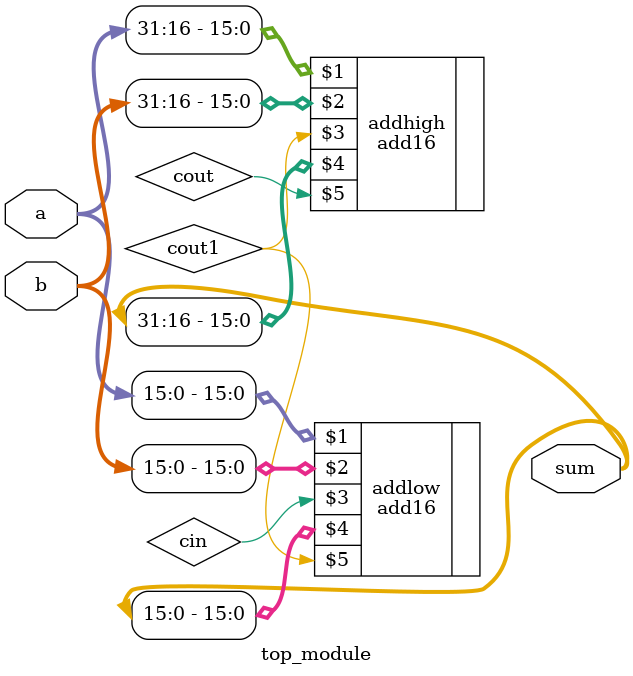
<source format=v>
module top_module(
    input [31:0] a,
    input [31:0] b,
    output [31:0] sum
);

    wire cin, cout1, cout;
    add16 addlow ( a[15:0], b[15:0], cin, sum[15:0], cout1 );
    add16 addhigh ( a[31:16], b[31:16], cout1, sum[31:16], cout );
    
endmodule

</source>
